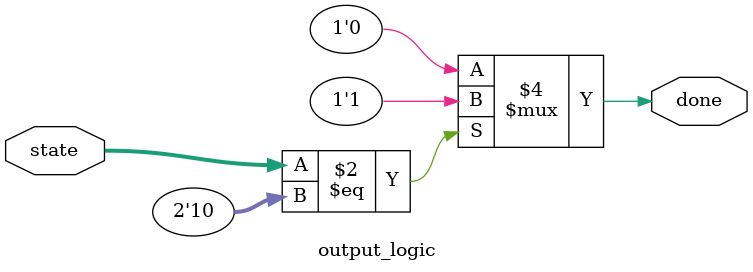
<source format=sv>
module moore_3state_handshake_top(
  input  clk,
  input  rst,
  input  start,
  input  ack,
  output done
);
  wire [1:0] state, next_state;
  
  state_reg state_reg_inst(
    .clk(clk),
    .rst(rst),
    .next_state(next_state),
    .state(state)
  );
  
  next_state_logic next_state_logic_inst(
    .state(state),
    .start(start),
    .ack(ack),
    .next_state(next_state)
  );
  
  output_logic output_logic_inst(
    .state(state),
    .done(done)
  );
endmodule

module state_reg(
  input  clk,
  input  rst,
  input  [1:0] next_state,
  output reg [1:0] state
);
  localparam IDLE     = 2'b00,
             WAIT_ACK = 2'b01,
             COMPLETE = 2'b10;
             
  always @(posedge clk or posedge rst) begin
    if (rst) begin
      state <= IDLE;
    end
    else begin
      state <= next_state;
    end
  end
endmodule

module next_state_logic(
  input  [1:0] state,
  input  start,
  input  ack,
  output reg [1:0] next_state
);
  localparam IDLE     = 2'b00,
             WAIT_ACK = 2'b01,
             COMPLETE = 2'b10;
             
  always @* begin
    case (state)
      IDLE: begin
        if (start) begin
          next_state = WAIT_ACK;
        end
        else begin
          next_state = IDLE;
        end
      end
      
      WAIT_ACK: begin
        if (ack) begin
          next_state = COMPLETE;
        end
        else begin
          next_state = WAIT_ACK;
        end
      end
      
      COMPLETE: begin
        next_state = IDLE;
      end
      
      default: begin
        next_state = IDLE;
      end
    endcase
  end
endmodule

module output_logic(
  input  [1:0] state,
  output reg done
);
  localparam IDLE     = 2'b00,
             WAIT_ACK = 2'b01,
             COMPLETE = 2'b10;
  
  always @* begin
    if (state == COMPLETE) begin
      done = 1'b1;
    end
    else begin
      done = 1'b0;
    end
  end
endmodule
</source>
